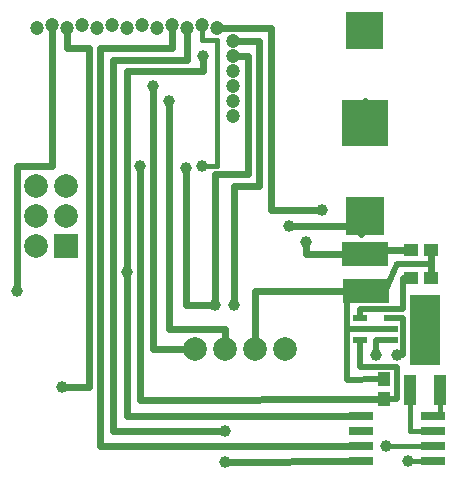
<source format=gbl>
G04 MADE WITH FRITZING*
G04 WWW.FRITZING.ORG*
G04 DOUBLE SIDED*
G04 HOLES PLATED*
G04 CONTOUR ON CENTER OF CONTOUR VECTOR*
%ASAXBY*%
%FSLAX23Y23*%
%MOIN*%
%OFA0B0*%
%SFA1.0B1.0*%
%ADD10C,0.039370*%
%ADD11C,0.047244*%
%ADD12C,0.078740*%
%ADD13R,0.156000X0.156000*%
%ADD14R,0.125000X0.125000*%
%ADD15R,0.039370X0.098425*%
%ADD16R,0.098425X0.236221*%
%ADD17R,0.047244X0.021653*%
%ADD18R,0.157480X0.078740*%
%ADD19R,0.047244X0.043307*%
%ADD20R,0.080000X0.026000*%
%ADD21R,0.043307X0.047244*%
%ADD22R,0.078740X0.078740*%
%ADD23C,0.024000*%
%ADD24C,0.016000*%
%ADD25C,0.020000*%
%ADD26R,0.001000X0.001000*%
%LNCOPPER0*%
G90*
G70*
G54D10*
X1206Y1163D03*
X1351Y36D03*
X668Y1388D03*
X664Y1022D03*
X611Y1014D03*
G54D11*
X115Y1480D03*
X165Y1490D03*
X215Y1480D03*
X265Y1490D03*
X315Y1480D03*
X365Y1490D03*
X415Y1480D03*
X465Y1490D03*
X515Y1480D03*
X565Y1490D03*
X615Y1480D03*
X665Y1490D03*
X715Y1480D03*
X767Y1436D03*
X767Y1386D03*
X767Y1336D03*
X767Y1286D03*
X767Y1236D03*
X767Y1186D03*
G54D10*
X1011Y766D03*
X196Y284D03*
X46Y603D03*
X1312Y390D03*
X1062Y875D03*
X1243Y390D03*
X708Y556D03*
X771Y556D03*
X412Y666D03*
X456Y1020D03*
X739Y138D03*
X739Y35D03*
X1277Y86D03*
X952Y822D03*
G54D12*
X211Y753D03*
X111Y753D03*
X211Y853D03*
X111Y853D03*
X211Y953D03*
X111Y953D03*
X940Y410D03*
X840Y410D03*
X740Y410D03*
X640Y410D03*
G54D10*
X554Y1237D03*
X499Y1288D03*
G54D13*
X1206Y1163D03*
G54D14*
X1206Y853D03*
G54D15*
X1456Y274D03*
X1356Y274D03*
G54D16*
X1406Y474D03*
G54D17*
X1292Y514D03*
X1292Y477D03*
X1292Y440D03*
X1190Y440D03*
X1190Y514D03*
G54D18*
X1208Y727D03*
X1209Y605D03*
G54D19*
X1359Y646D03*
X1426Y646D03*
G54D20*
X1434Y187D03*
X1434Y137D03*
X1434Y87D03*
X1434Y37D03*
X1192Y37D03*
X1192Y87D03*
X1192Y137D03*
X1192Y187D03*
G54D21*
X1271Y310D03*
X1271Y244D03*
G54D19*
X1426Y741D03*
X1359Y741D03*
G54D22*
X211Y753D03*
G54D23*
X1206Y1237D02*
X1206Y1144D01*
G54D24*
D02*
X1456Y187D02*
X1434Y187D01*
D02*
X1456Y231D02*
X1456Y187D01*
D02*
X1400Y87D02*
X1290Y86D01*
D02*
X1365Y36D02*
X1400Y37D01*
G54D23*
D02*
X1203Y822D02*
X971Y822D01*
D02*
X1203Y841D02*
X1203Y822D01*
D02*
X1194Y793D02*
X1203Y841D01*
G54D24*
D02*
X1356Y137D02*
X1400Y137D01*
D02*
X1356Y231D02*
X1356Y137D01*
G54D25*
D02*
X1243Y440D02*
X1243Y409D01*
D02*
X1274Y440D02*
X1243Y440D01*
D02*
X1335Y390D02*
X1331Y390D01*
D02*
X1335Y515D02*
X1335Y390D01*
D02*
X1310Y515D02*
X1335Y515D01*
D02*
X1146Y601D02*
X1146Y477D01*
D02*
X1241Y601D02*
X1146Y601D01*
D02*
X1146Y477D02*
X1274Y477D01*
D02*
X1209Y605D02*
X1241Y601D01*
D02*
X1314Y244D02*
X1314Y352D01*
D02*
X1190Y352D02*
X1190Y434D01*
D02*
X1314Y352D02*
X1190Y352D01*
D02*
X1287Y244D02*
X1314Y244D01*
D02*
X1335Y646D02*
X1341Y646D01*
D02*
X1335Y544D02*
X1335Y646D01*
D02*
X1190Y544D02*
X1335Y544D01*
D02*
X1190Y520D02*
X1190Y544D01*
G54D23*
D02*
X456Y241D02*
X456Y1001D01*
D02*
X1255Y243D02*
X456Y241D01*
G54D25*
D02*
X1146Y308D02*
X1255Y310D01*
D02*
X1146Y477D02*
X1146Y308D01*
D02*
X1270Y595D02*
X1314Y693D01*
D02*
X1314Y693D02*
X1426Y693D01*
D02*
X1426Y693D02*
X1426Y725D01*
D02*
X1209Y605D02*
X1270Y595D01*
G54D23*
D02*
X1426Y725D02*
X1426Y662D01*
D02*
X1208Y741D02*
X1341Y741D01*
D02*
X1208Y727D02*
X1208Y741D01*
G54D24*
D02*
X665Y1439D02*
X665Y1473D01*
D02*
X715Y1439D02*
X665Y1439D01*
D02*
X715Y1022D02*
X715Y1439D01*
D02*
X678Y1022D02*
X715Y1022D01*
G54D23*
D02*
X611Y556D02*
X611Y995D01*
D02*
X689Y556D02*
X611Y556D01*
D02*
X854Y1436D02*
X789Y1436D01*
D02*
X1011Y727D02*
X1134Y727D01*
D02*
X1011Y747D02*
X1011Y727D01*
D02*
X215Y1414D02*
X215Y1457D01*
D02*
X286Y1414D02*
X215Y1414D01*
D02*
X286Y284D02*
X286Y1414D01*
D02*
X215Y284D02*
X286Y284D01*
D02*
X892Y875D02*
X1043Y875D01*
D02*
X892Y1480D02*
X892Y875D01*
D02*
X738Y1480D02*
X892Y1480D01*
D02*
X165Y1020D02*
X46Y1020D01*
D02*
X46Y1020D02*
X46Y622D01*
D02*
X165Y1467D02*
X165Y1020D01*
D02*
X668Y1336D02*
X668Y1370D01*
D02*
X412Y1336D02*
X668Y1336D01*
D02*
X412Y685D02*
X412Y1336D01*
D02*
X854Y1436D02*
X854Y954D01*
D02*
X854Y954D02*
X771Y954D01*
D02*
X771Y954D02*
X771Y575D01*
D02*
X816Y993D02*
X708Y993D01*
D02*
X708Y993D02*
X708Y575D01*
D02*
X816Y1386D02*
X816Y993D01*
D02*
X789Y1386D02*
X816Y1386D01*
D02*
X412Y187D02*
X1158Y187D01*
D02*
X412Y647D02*
X412Y187D01*
D02*
X367Y1375D02*
X615Y1375D01*
D02*
X615Y1375D02*
X615Y1457D01*
D02*
X367Y138D02*
X367Y1375D01*
D02*
X720Y138D02*
X367Y138D01*
D02*
X1158Y37D02*
X758Y35D01*
D02*
X323Y1414D02*
X565Y1414D01*
D02*
X565Y1414D02*
X565Y1467D01*
D02*
X323Y87D02*
X323Y1414D01*
D02*
X1158Y87D02*
X323Y87D01*
D02*
X554Y477D02*
X554Y1218D01*
D02*
X499Y410D02*
X499Y1269D01*
D02*
X609Y410D02*
X499Y410D01*
D02*
X740Y477D02*
X554Y477D01*
D02*
X740Y441D02*
X740Y477D01*
D02*
X840Y605D02*
X840Y441D01*
D02*
X1136Y605D02*
X840Y605D01*
G54D26*
X1143Y1535D02*
X1267Y1535D01*
X1143Y1534D02*
X1267Y1534D01*
X1143Y1533D02*
X1267Y1533D01*
X1143Y1532D02*
X1267Y1532D01*
X1143Y1531D02*
X1267Y1531D01*
X1143Y1530D02*
X1267Y1530D01*
X1143Y1529D02*
X1267Y1529D01*
X1143Y1528D02*
X1267Y1528D01*
X1143Y1527D02*
X1267Y1527D01*
X1143Y1526D02*
X1267Y1526D01*
X1143Y1525D02*
X1267Y1525D01*
X1143Y1524D02*
X1267Y1524D01*
X1143Y1523D02*
X1267Y1523D01*
X1143Y1522D02*
X1267Y1522D01*
X1143Y1521D02*
X1267Y1521D01*
X1143Y1520D02*
X1267Y1520D01*
X1143Y1519D02*
X1267Y1519D01*
X1143Y1518D02*
X1267Y1518D01*
X1143Y1517D02*
X1267Y1517D01*
X1143Y1516D02*
X1267Y1516D01*
X1143Y1515D02*
X1267Y1515D01*
X1143Y1514D02*
X1267Y1514D01*
X1143Y1513D02*
X1267Y1513D01*
X1143Y1512D02*
X1267Y1512D01*
X1143Y1511D02*
X1267Y1511D01*
X1143Y1510D02*
X1267Y1510D01*
X1143Y1509D02*
X1267Y1509D01*
X1143Y1508D02*
X1267Y1508D01*
X1143Y1507D02*
X1267Y1507D01*
X1143Y1506D02*
X1267Y1506D01*
X1143Y1505D02*
X1267Y1505D01*
X1143Y1504D02*
X1267Y1504D01*
X1143Y1503D02*
X1267Y1503D01*
X1143Y1502D02*
X1267Y1502D01*
X1143Y1501D02*
X1267Y1501D01*
X1143Y1500D02*
X1267Y1500D01*
X1143Y1499D02*
X1267Y1499D01*
X1143Y1498D02*
X1267Y1498D01*
X1143Y1497D02*
X1267Y1497D01*
X1143Y1496D02*
X1267Y1496D01*
X1143Y1495D02*
X1267Y1495D01*
X1143Y1494D02*
X1267Y1494D01*
X1143Y1493D02*
X1267Y1493D01*
X1143Y1492D02*
X1267Y1492D01*
X1143Y1491D02*
X1267Y1491D01*
X1143Y1490D02*
X1267Y1490D01*
X1143Y1489D02*
X1267Y1489D01*
X1143Y1488D02*
X1267Y1488D01*
X1143Y1487D02*
X1267Y1487D01*
X1143Y1486D02*
X1267Y1486D01*
X1143Y1485D02*
X1267Y1485D01*
X1143Y1484D02*
X1267Y1484D01*
X1143Y1483D02*
X1267Y1483D01*
X1143Y1482D02*
X1267Y1482D01*
X1143Y1481D02*
X1267Y1481D01*
X1143Y1480D02*
X1267Y1480D01*
X1143Y1479D02*
X1267Y1479D01*
X1143Y1478D02*
X1267Y1478D01*
X1143Y1477D02*
X1267Y1477D01*
X1143Y1476D02*
X1267Y1476D01*
X1143Y1475D02*
X1267Y1475D01*
X1143Y1474D02*
X1267Y1474D01*
X1143Y1473D02*
X1267Y1473D01*
X1143Y1472D02*
X1267Y1472D01*
X1143Y1471D02*
X1267Y1471D01*
X1143Y1470D02*
X1267Y1470D01*
X1143Y1469D02*
X1267Y1469D01*
X1143Y1468D02*
X1267Y1468D01*
X1143Y1467D02*
X1267Y1467D01*
X1143Y1466D02*
X1267Y1466D01*
X1143Y1465D02*
X1267Y1465D01*
X1143Y1464D02*
X1267Y1464D01*
X1143Y1463D02*
X1267Y1463D01*
X1143Y1462D02*
X1267Y1462D01*
X1143Y1461D02*
X1267Y1461D01*
X1143Y1460D02*
X1267Y1460D01*
X1143Y1459D02*
X1267Y1459D01*
X1143Y1458D02*
X1267Y1458D01*
X1143Y1457D02*
X1267Y1457D01*
X1143Y1456D02*
X1267Y1456D01*
X1143Y1455D02*
X1267Y1455D01*
X1143Y1454D02*
X1267Y1454D01*
X1143Y1453D02*
X1267Y1453D01*
X1143Y1452D02*
X1267Y1452D01*
X1143Y1451D02*
X1267Y1451D01*
X1143Y1450D02*
X1267Y1450D01*
X1143Y1449D02*
X1267Y1449D01*
X1143Y1448D02*
X1267Y1448D01*
X1143Y1447D02*
X1267Y1447D01*
X1143Y1446D02*
X1267Y1446D01*
X1143Y1445D02*
X1267Y1445D01*
X1143Y1444D02*
X1267Y1444D01*
X1143Y1443D02*
X1267Y1443D01*
X1143Y1442D02*
X1267Y1442D01*
X1143Y1441D02*
X1267Y1441D01*
X1143Y1440D02*
X1267Y1440D01*
X1143Y1439D02*
X1267Y1439D01*
X1143Y1438D02*
X1267Y1438D01*
X1143Y1437D02*
X1267Y1437D01*
X1143Y1436D02*
X1267Y1436D01*
X1143Y1435D02*
X1267Y1435D01*
X1143Y1434D02*
X1267Y1434D01*
X1143Y1433D02*
X1267Y1433D01*
X1143Y1432D02*
X1267Y1432D01*
X1143Y1431D02*
X1267Y1431D01*
X1143Y1430D02*
X1267Y1430D01*
X1143Y1429D02*
X1267Y1429D01*
X1143Y1428D02*
X1267Y1428D01*
X1143Y1427D02*
X1267Y1427D01*
X1143Y1426D02*
X1267Y1426D01*
X1143Y1425D02*
X1267Y1425D01*
X1143Y1424D02*
X1267Y1424D01*
X1143Y1423D02*
X1267Y1423D01*
X1143Y1422D02*
X1267Y1422D01*
X1143Y1421D02*
X1267Y1421D01*
X1143Y1420D02*
X1267Y1420D01*
X1143Y1419D02*
X1267Y1419D01*
X1143Y1418D02*
X1267Y1418D01*
X1143Y1417D02*
X1267Y1417D01*
X1143Y1416D02*
X1267Y1416D01*
X1143Y1415D02*
X1267Y1415D01*
X1143Y1414D02*
X1267Y1414D01*
X1143Y1413D02*
X1267Y1413D01*
X1143Y1412D02*
X1267Y1412D01*
X1143Y1411D02*
X1267Y1411D01*
D02*
G04 End of Copper0*
M02*
</source>
